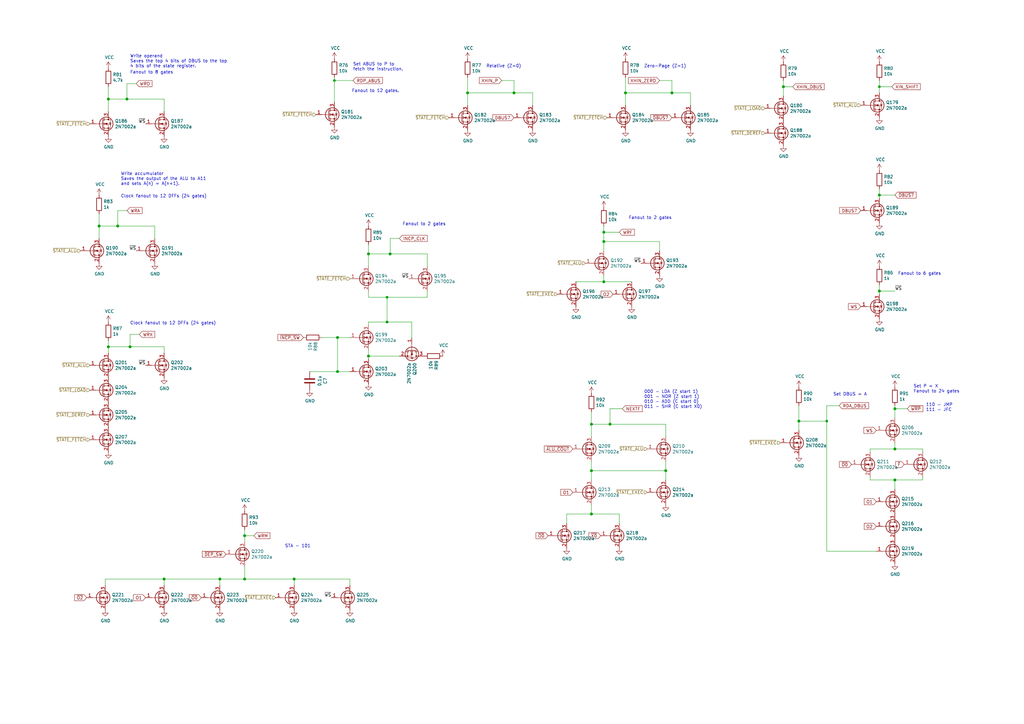
<source format=kicad_sch>
(kicad_sch (version 20210126) (generator eeschema)
  (paper "A3")
  (title_block (title "Q2 Control Line Decoder") (date "2021-02-05") (rev "1") (company "joewing.net"))
  (lib_symbols
    (symbol "Device:C" (pin_numbers hide) (pin_names (offset 0.254))
      (property "Reference" "C" (at 0.635 2.54 0))
      (property "Value" "C" (at 0.635 -2.54 0))
      (symbol "C_0_1"
        (polyline (pts (xy -2.032 -0.762) (xy 2.032 -0.762)) (stroke (width 0.508)))
        (polyline (pts (xy -2.032 0.762) (xy 2.032 0.762)) (stroke (width 0.508)))
      )
      (symbol "C_1_1"
        (pin passive line (at 0 3.81 270) (length 2.794) (name "~") (number "1"))
        (pin passive line (at 0 -3.81 90) (length 2.794) (name "~") (number "2"))
      )
    )
    (symbol "Device:R" (pin_numbers hide) (pin_names (offset 0))
      (property "Reference" "R" (at 2.032 0 90))
      (property "Value" "R" (at 0 0 90))
      (symbol "R_0_1"
        (rectangle (start -1.016 -2.54) (end 1.016 2.54) (stroke (width 0.254)))
      )
      (symbol "R_1_1"
        (pin passive line (at 0 3.81 270) (length 1.27) (name "~") (number "1"))
        (pin passive line (at 0 -3.81 90) (length 1.27) (name "~") (number "2"))
      )
    )
    (symbol "Transistor_FET:2N7002" (pin_names hide)
      (property "Reference" "Q" (at 5.08 1.905 0))
      (property "Value" "2N7002" (at 5.08 0 0))
      (symbol "2N7002_0_1"
        (circle (center 1.651 0) (radius 2.794) (stroke (width 0.254)))
        (circle (center 2.54 -1.778) (radius 0.254) (fill (type outline)))
        (circle (center 2.54 1.778) (radius 0.254) (fill (type outline)))
        (polyline (pts (xy 0.254 0) (xy -2.54 0)))
        (polyline (pts (xy 0.254 1.905) (xy 0.254 -1.905)) (stroke (width 0.254)))
        (polyline (pts (xy 0.762 -1.27) (xy 0.762 -2.286)) (stroke (width 0.254)))
        (polyline (pts (xy 0.762 0.508) (xy 0.762 -0.508)) (stroke (width 0.254)))
        (polyline (pts (xy 0.762 2.286) (xy 0.762 1.27)) (stroke (width 0.254)))
        (polyline (pts (xy 2.54 2.54) (xy 2.54 1.778)))
        (polyline (pts (xy 2.54 -2.54) (xy 2.54 0) (xy 0.762 0)))
        (polyline (pts (xy 0.762 -1.778) (xy 3.302 -1.778) (xy 3.302 1.778) (xy 0.762 1.778)))
        (polyline (pts (xy 1.016 0) (xy 2.032 0.381) (xy 2.032 -0.381) (xy 1.016 0)) (fill (type outline)))
        (polyline (pts (xy 2.794 0.508) (xy 2.921 0.381) (xy 3.683 0.381) (xy 3.81 0.254)))
        (polyline (pts (xy 3.302 0.381) (xy 2.921 -0.254) (xy 3.683 -0.254) (xy 3.302 0.381)))
      )
      (symbol "2N7002_1_1"
        (pin input line (at -5.08 0 0) (length 2.54) (name "G") (number "1"))
        (pin passive line (at 2.54 -5.08 90) (length 2.54) (name "S") (number "2"))
        (pin passive line (at 2.54 5.08 270) (length 2.54) (name "D") (number "3"))
      )
    )
    (symbol "power:GND" (power) (pin_names (offset 0))
      (property "Value" "GND" (at 0 -3.81 0))
      (symbol "GND_0_1"
        (polyline (pts (xy 0 0) (xy 0 -1.27) (xy 1.27 -1.27) (xy 0 -2.54) (xy -1.27 -1.27) (xy 0 -1.27)))
      )
      (symbol "GND_1_1"
        (pin power_in line (at 0 0 270) (length 0) hide (name "GND") (number "1"))
      )
    )
    (symbol "power:VCC" (power) (pin_names (offset 0))
      (property "Value" "VCC" (at 0 3.81 0))
      (symbol "VCC_0_1"
        (polyline (pts (xy -0.762 1.27) (xy 0 2.54)))
        (polyline (pts (xy 0 0) (xy 0 2.54)))
        (polyline (pts (xy 0 2.54) (xy 0.762 1.27)))
      )
      (symbol "VCC_1_1"
        (pin power_in line (at 0 0 90) (length 0) hide (name "VCC") (number "1"))
      )
    )
  )
  (junction (at 40.64 92.71) (diameter 1.016))
  (junction (at 44.45 40.64) (diameter 1.016))
  (junction (at 44.45 142.24) (diameter 1.016))
  (junction (at 48.26 92.71) (diameter 1.016))
  (junction (at 52.07 40.64) (diameter 1.016))
  (junction (at 53.34 142.24) (diameter 1.016))
  (junction (at 67.31 237.49) (diameter 1.016))
  (junction (at 90.17 237.49) (diameter 1.016))
  (junction (at 100.33 219.71) (diameter 1.016))
  (junction (at 100.33 237.49) (diameter 1.016))
  (junction (at 120.65 237.49) (diameter 1.016))
  (junction (at 137.16 33.02) (diameter 0.9144))
  (junction (at 138.43 138.43) (diameter 1.016))
  (junction (at 138.43 152.4) (diameter 1.016))
  (junction (at 151.13 104.14) (diameter 1.016))
  (junction (at 151.13 146.05) (diameter 1.016))
  (junction (at 158.75 121.92) (diameter 0.9144))
  (junction (at 158.75 132.08) (diameter 0.9144))
  (junction (at 160.02 104.14) (diameter 1.016))
  (junction (at 191.77 38.1) (diameter 1.016))
  (junction (at 210.82 38.1) (diameter 1.016))
  (junction (at 242.57 173.99) (diameter 1.016))
  (junction (at 242.57 193.04) (diameter 1.016))
  (junction (at 242.57 210.82) (diameter 1.016))
  (junction (at 247.65 95.25) (diameter 1.016))
  (junction (at 247.65 99.06) (diameter 1.016))
  (junction (at 247.65 115.57) (diameter 1.016))
  (junction (at 250.19 173.99) (diameter 1.016))
  (junction (at 256.54 38.1) (diameter 1.016))
  (junction (at 273.05 193.04) (diameter 1.016))
  (junction (at 275.59 38.1) (diameter 1.016))
  (junction (at 321.31 35.56) (diameter 1.016))
  (junction (at 327.66 172.72) (diameter 1.016))
  (junction (at 339.09 172.72) (diameter 0.9144))
  (junction (at 360.68 35.56) (diameter 0.9144))
  (junction (at 360.68 80.01) (diameter 1.016))
  (junction (at 360.68 119.38) (diameter 1.016))
  (junction (at 367.03 167.64) (diameter 1.016))
  (junction (at 367.03 184.15) (diameter 1.016))
  (junction (at 367.03 196.85) (diameter 1.016))
  (wire (pts (xy 40.64 87.63) (xy 40.64 92.71)))
  (wire (pts (xy 40.64 92.71) (xy 40.64 97.79)))
  (wire (pts (xy 40.64 92.71) (xy 48.26 92.71)))
  (wire (pts (xy 43.18 237.49) (xy 43.18 240.03)))
  (wire (pts (xy 43.18 237.49) (xy 67.31 237.49)))
  (wire (pts (xy 44.45 35.56) (xy 44.45 40.64)))
  (wire (pts (xy 44.45 40.64) (xy 44.45 45.72)))
  (wire (pts (xy 44.45 40.64) (xy 52.07 40.64)))
  (wire (pts (xy 44.45 139.7) (xy 44.45 142.24)))
  (wire (pts (xy 44.45 142.24) (xy 44.45 144.78)))
  (wire (pts (xy 44.45 142.24) (xy 53.34 142.24)))
  (wire (pts (xy 48.26 86.36) (xy 48.26 92.71)))
  (wire (pts (xy 48.26 92.71) (xy 63.5 92.71)))
  (wire (pts (xy 52.07 34.29) (xy 52.07 40.64)))
  (wire (pts (xy 52.07 40.64) (xy 67.31 40.64)))
  (wire (pts (xy 52.07 86.36) (xy 48.26 86.36)))
  (wire (pts (xy 53.34 137.16) (xy 53.34 142.24)))
  (wire (pts (xy 53.34 142.24) (xy 67.31 142.24)))
  (wire (pts (xy 55.88 34.29) (xy 52.07 34.29)))
  (wire (pts (xy 57.15 137.16) (xy 53.34 137.16)))
  (wire (pts (xy 63.5 92.71) (xy 63.5 97.79)))
  (wire (pts (xy 67.31 40.64) (xy 67.31 45.72)))
  (wire (pts (xy 67.31 142.24) (xy 67.31 144.78)))
  (wire (pts (xy 67.31 237.49) (xy 67.31 240.03)))
  (wire (pts (xy 67.31 237.49) (xy 90.17 237.49)))
  (wire (pts (xy 90.17 237.49) (xy 90.17 240.03)))
  (wire (pts (xy 90.17 237.49) (xy 100.33 237.49)))
  (wire (pts (xy 100.33 217.17) (xy 100.33 219.71)))
  (wire (pts (xy 100.33 219.71) (xy 100.33 222.25)))
  (wire (pts (xy 100.33 232.41) (xy 100.33 237.49)))
  (wire (pts (xy 100.33 237.49) (xy 120.65 237.49)))
  (wire (pts (xy 104.14 219.71) (xy 100.33 219.71)))
  (wire (pts (xy 120.65 237.49) (xy 120.65 240.03)))
  (wire (pts (xy 120.65 237.49) (xy 143.51 237.49)))
  (wire (pts (xy 127 152.4) (xy 138.43 152.4)))
  (wire (pts (xy 132.08 138.43) (xy 138.43 138.43)))
  (wire (pts (xy 137.16 31.75) (xy 137.16 33.02)))
  (wire (pts (xy 137.16 33.02) (xy 137.16 41.91)))
  (wire (pts (xy 137.16 33.02) (xy 144.78 33.02)))
  (wire (pts (xy 138.43 138.43) (xy 143.51 138.43)))
  (wire (pts (xy 138.43 152.4) (xy 138.43 138.43)))
  (wire (pts (xy 143.51 152.4) (xy 138.43 152.4)))
  (wire (pts (xy 143.51 237.49) (xy 143.51 240.03)))
  (wire (pts (xy 151.13 100.33) (xy 151.13 104.14)))
  (wire (pts (xy 151.13 104.14) (xy 151.13 109.22)))
  (wire (pts (xy 151.13 104.14) (xy 160.02 104.14)))
  (wire (pts (xy 151.13 119.38) (xy 151.13 121.92)))
  (wire (pts (xy 151.13 121.92) (xy 158.75 121.92)))
  (wire (pts (xy 151.13 132.08) (xy 151.13 133.35)))
  (wire (pts (xy 151.13 132.08) (xy 158.75 132.08)))
  (wire (pts (xy 151.13 143.51) (xy 151.13 146.05)))
  (wire (pts (xy 151.13 146.05) (xy 151.13 147.32)))
  (wire (pts (xy 158.75 121.92) (xy 158.75 132.08)))
  (wire (pts (xy 158.75 121.92) (xy 175.26 121.92)))
  (wire (pts (xy 158.75 132.08) (xy 168.91 132.08)))
  (wire (pts (xy 160.02 97.79) (xy 160.02 104.14)))
  (wire (pts (xy 160.02 104.14) (xy 175.26 104.14)))
  (wire (pts (xy 163.83 97.79) (xy 160.02 97.79)))
  (wire (pts (xy 163.83 146.05) (xy 151.13 146.05)))
  (wire (pts (xy 168.91 132.08) (xy 168.91 138.43)))
  (wire (pts (xy 175.26 104.14) (xy 175.26 109.22)))
  (wire (pts (xy 175.26 121.92) (xy 175.26 119.38)))
  (wire (pts (xy 191.77 31.75) (xy 191.77 38.1)))
  (wire (pts (xy 191.77 38.1) (xy 210.82 38.1)))
  (wire (pts (xy 191.77 43.18) (xy 191.77 38.1)))
  (wire (pts (xy 205.74 33.02) (xy 210.82 33.02)))
  (wire (pts (xy 210.82 33.02) (xy 210.82 38.1)))
  (wire (pts (xy 210.82 38.1) (xy 218.44 38.1)))
  (wire (pts (xy 218.44 38.1) (xy 218.44 43.18)))
  (wire (pts (xy 232.41 210.82) (xy 242.57 210.82)))
  (wire (pts (xy 232.41 214.63) (xy 232.41 210.82)))
  (wire (pts (xy 236.22 115.57) (xy 247.65 115.57)))
  (wire (pts (xy 242.57 168.91) (xy 242.57 173.99)))
  (wire (pts (xy 242.57 173.99) (xy 250.19 173.99)))
  (wire (pts (xy 242.57 179.07) (xy 242.57 173.99)))
  (wire (pts (xy 242.57 189.23) (xy 242.57 193.04)))
  (wire (pts (xy 242.57 193.04) (xy 242.57 196.85)))
  (wire (pts (xy 242.57 193.04) (xy 273.05 193.04)))
  (wire (pts (xy 242.57 210.82) (xy 242.57 207.01)))
  (wire (pts (xy 242.57 210.82) (xy 254 210.82)))
  (wire (pts (xy 247.65 92.71) (xy 247.65 95.25)))
  (wire (pts (xy 247.65 95.25) (xy 247.65 99.06)))
  (wire (pts (xy 247.65 95.25) (xy 254 95.25)))
  (wire (pts (xy 247.65 99.06) (xy 247.65 102.87)))
  (wire (pts (xy 247.65 99.06) (xy 270.51 99.06)))
  (wire (pts (xy 247.65 115.57) (xy 247.65 113.03)))
  (wire (pts (xy 247.65 115.57) (xy 259.08 115.57)))
  (wire (pts (xy 250.19 167.64) (xy 250.19 173.99)))
  (wire (pts (xy 250.19 173.99) (xy 273.05 173.99)))
  (wire (pts (xy 254 210.82) (xy 254 214.63)))
  (wire (pts (xy 255.27 167.64) (xy 250.19 167.64)))
  (wire (pts (xy 256.54 31.75) (xy 256.54 38.1)))
  (wire (pts (xy 256.54 38.1) (xy 275.59 38.1)))
  (wire (pts (xy 256.54 43.18) (xy 256.54 38.1)))
  (wire (pts (xy 270.51 33.02) (xy 275.59 33.02)))
  (wire (pts (xy 270.51 99.06) (xy 270.51 102.87)))
  (wire (pts (xy 273.05 173.99) (xy 273.05 179.07)))
  (wire (pts (xy 273.05 193.04) (xy 273.05 189.23)))
  (wire (pts (xy 273.05 193.04) (xy 273.05 196.85)))
  (wire (pts (xy 275.59 33.02) (xy 275.59 38.1)))
  (wire (pts (xy 275.59 38.1) (xy 283.21 38.1)))
  (wire (pts (xy 283.21 38.1) (xy 283.21 43.18)))
  (wire (pts (xy 321.31 33.02) (xy 321.31 35.56)))
  (wire (pts (xy 321.31 35.56) (xy 321.31 39.37)))
  (wire (pts (xy 321.31 35.56) (xy 325.12 35.56)))
  (wire (pts (xy 327.66 166.37) (xy 327.66 172.72)))
  (wire (pts (xy 327.66 172.72) (xy 327.66 176.53)))
  (wire (pts (xy 327.66 172.72) (xy 339.09 172.72)))
  (wire (pts (xy 339.09 166.37) (xy 339.09 172.72)))
  (wire (pts (xy 339.09 172.72) (xy 339.09 226.06)))
  (wire (pts (xy 339.09 226.06) (xy 359.41 226.06)))
  (wire (pts (xy 344.17 166.37) (xy 339.09 166.37)))
  (wire (pts (xy 356.87 184.15) (xy 367.03 184.15)))
  (wire (pts (xy 356.87 185.42) (xy 356.87 184.15)))
  (wire (pts (xy 356.87 195.58) (xy 356.87 196.85)))
  (wire (pts (xy 356.87 196.85) (xy 367.03 196.85)))
  (wire (pts (xy 360.68 33.02) (xy 360.68 35.56)))
  (wire (pts (xy 360.68 35.56) (xy 360.68 38.1)))
  (wire (pts (xy 360.68 35.56) (xy 365.76 35.56)))
  (wire (pts (xy 360.68 77.47) (xy 360.68 80.01)))
  (wire (pts (xy 360.68 80.01) (xy 360.68 81.28)))
  (wire (pts (xy 360.68 80.01) (xy 367.03 80.01)))
  (wire (pts (xy 360.68 116.84) (xy 360.68 119.38)))
  (wire (pts (xy 360.68 119.38) (xy 360.68 120.65)))
  (wire (pts (xy 360.68 119.38) (xy 367.03 119.38)))
  (wire (pts (xy 367.03 166.37) (xy 367.03 167.64)))
  (wire (pts (xy 367.03 167.64) (xy 367.03 171.45)))
  (wire (pts (xy 367.03 184.15) (xy 367.03 181.61)))
  (wire (pts (xy 367.03 184.15) (xy 378.46 184.15)))
  (wire (pts (xy 367.03 196.85) (xy 367.03 200.66)))
  (wire (pts (xy 367.03 196.85) (xy 378.46 196.85)))
  (wire (pts (xy 372.11 167.64) (xy 367.03 167.64)))
  (wire (pts (xy 378.46 184.15) (xy 378.46 185.42)))
  (wire (pts (xy 378.46 196.85) (xy 378.46 195.58)))
  (text "Write accumulator\nSaves the output of the ALU to A11\nand sets A(n) = A(n+1)." (at 49.53 76.2 0) (effects (font (size 1.27 1.27)) (justify left bottom)))
  (text "Clock fanout to 12 DFFs (24 gates)" (at 49.53 81.28 0) (effects (font (size 1.27 1.27)) (justify left bottom)))
  (text "Write operand\nSaves the top 4 bits of DBUS to the top\n4 bits of the state register." (at 53.34 27.94 0) (effects (font (size 1.27 1.27)) (justify left bottom)))
  (text "Fanout to 8 gates" (at 53.34 30.48 0) (effects (font (size 1.27 1.27)) (justify left bottom)))
  (text "Clock fanout to 12 DFFs (24 gates)" (at 53.34 133.35 0) (effects (font (size 1.27 1.27)) (justify left bottom)))
  (text "STA - 101" (at 116.84 224.79 0) (effects (font (size 1.27 1.27)) (justify left bottom)))
  (text "Set ABUS to P to\nfetch the instruction." (at 144.78 29.21 0) (effects (font (size 1.27 1.27)) (justify left bottom)))
  (text "Fanout to 12 gates." (at 163.83 38.1 180) (effects (font (size 1.27 1.27)) (justify right bottom)))
  (text "Fanout to 2 gates" (at 165.1 92.71 0) (effects (font (size 1.27 1.27)) (justify left bottom)))
  (text "Relative (Z=0)" (at 199.39 27.94 0) (effects (font (size 1.27 1.27)) (justify left bottom)))
  (text "Fanout to 2 gates" (at 257.81 90.17 0) (effects (font (size 1.27 1.27)) (justify left bottom)))
  (text "Zero-Page (Z=1)" (at 264.16 27.94 0) (effects (font (size 1.27 1.27)) (justify left bottom)))
  (text "000 - LDA (Z start 1)\n001 - NOR (Z start 1)\n010 - ADD (C start 0)\n011 - SHR (C start X0)" (at 264.16 167.64 0) (effects (font (size 1.27 1.27)) (justify left bottom)))
  (text "Set DBUS = A" (at 355.6 162.56 180) (effects (font (size 1.27 1.27)) (justify right bottom)))
  (text "Fanout to 6 gates" (at 368.3 113.03 0) (effects (font (size 1.27 1.27)) (justify left bottom)))
  (text "Set P = X\nFanout to 24 gates" (at 374.65 161.29 0) (effects (font (size 1.27 1.27)) (justify left bottom)))
  (text "110 - JMP\n111 - JFC" (at 379.73 168.91 0) (effects (font (size 1.27 1.27)) (justify left bottom)))
  (label "~WS" (at 55.88 102.87 180))
  (label "~WS" (at 59.69 50.8 180))
  (label "~WS" (at 59.69 149.86 180))
  (label "~WS" (at 135.89 245.11 180))
  (label "~WS" (at 167.64 114.3 180))
  (label "~WS" (at 262.89 107.95 180))
  (label "~WS" (at 367.03 119.38 0))
  (global_label "~O2" (shape input) (at 35.56 245.11 180) (property "Intersheet References" "${INTERSHEET_REFS}" (effects hide)))
  (global_label "WRA" (shape input) (at 52.07 86.36 0) (property "Intersheet References" "${INTERSHEET_REFS}" (effects hide)))
  (global_label "WRO" (shape input) (at 55.88 34.29 0) (property "Intersheet References" "${INTERSHEET_REFS}" (effects hide)))
  (global_label "WRX" (shape input) (at 57.15 137.16 0) (property "Intersheet References" "${INTERSHEET_REFS}" (effects hide)))
  (global_label "O1" (shape input) (at 59.69 245.11 180) (property "Intersheet References" "${INTERSHEET_REFS}" (effects hide)))
  (global_label "~O0" (shape input) (at 82.55 245.11 180) (property "Intersheet References" "${INTERSHEET_REFS}" (effects hide)))
  (global_label "~DEP_SW" (shape input) (at 92.71 227.33 180) (property "Intersheet References" "${INTERSHEET_REFS}" (effects hide)))
  (global_label "WRM" (shape input) (at 104.14 219.71 0) (property "Intersheet References" "${INTERSHEET_REFS}" (effects hide)))
  (global_label "~INCP_SW" (shape input) (at 124.46 138.43 180) (property "Intersheet References" "${INTERSHEET_REFS}" (effects hide)))
  (global_label "RDP_ABUS" (shape input) (at 144.78 33.02 0) (property "Intersheet References" "${INTERSHEET_REFS}" (effects hide)))
  (global_label "INCP_CLK" (shape input) (at 163.83 97.79 0) (property "Intersheet References" "${INTERSHEET_REFS}" (effects hide)))
  (global_label "XHIN_P" (shape input) (at 205.74 33.02 180) (property "Intersheet References" "${INTERSHEET_REFS}" (effects hide)))
  (global_label "DBUS7" (shape input) (at 210.82 48.26 180) (property "Intersheet References" "${INTERSHEET_REFS}" (effects hide)))
  (global_label "~O0" (shape input) (at 224.79 219.71 180) (property "Intersheet References" "${INTERSHEET_REFS}" (effects hide)))
  (global_label "~ALU_COUT" (shape input) (at 234.95 184.15 180) (property "Intersheet References" "${INTERSHEET_REFS}" (effects hide)))
  (global_label "O1" (shape input) (at 234.95 201.93 180) (property "Intersheet References" "${INTERSHEET_REFS}" (effects hide)))
  (global_label "~X0" (shape input) (at 246.38 219.71 180) (property "Intersheet References" "${INTERSHEET_REFS}" (effects hide)))
  (global_label "O2" (shape input) (at 251.46 120.65 180) (property "Intersheet References" "${INTERSHEET_REFS}" (effects hide)))
  (global_label "WRF" (shape input) (at 254 95.25 0) (property "Intersheet References" "${INTERSHEET_REFS}" (effects hide)))
  (global_label "NEXTF" (shape input) (at 255.27 167.64 0) (property "Intersheet References" "${INTERSHEET_REFS}" (effects hide)))
  (global_label "XHIN_ZERO" (shape input) (at 270.51 33.02 180) (property "Intersheet References" "${INTERSHEET_REFS}" (effects hide)))
  (global_label "~DBUS7" (shape input) (at 275.59 48.26 180) (property "Intersheet References" "${INTERSHEET_REFS}" (effects hide)))
  (global_label "XHIN_DBUS" (shape input) (at 325.12 35.56 0) (property "Intersheet References" "${INTERSHEET_REFS}" (effects hide)))
  (global_label "RDA_DBUS" (shape input) (at 344.17 166.37 0) (property "Intersheet References" "${INTERSHEET_REFS}" (effects hide)))
  (global_label "~O0" (shape input) (at 349.25 190.5 180) (property "Intersheet References" "${INTERSHEET_REFS}" (effects hide)))
  (global_label "DBUS7" (shape input) (at 353.06 86.36 180) (property "Intersheet References" "${INTERSHEET_REFS}" (effects hide)))
  (global_label "WS" (shape input) (at 353.06 125.73 180) (property "Intersheet References" "${INTERSHEET_REFS}" (effects hide)))
  (global_label "WS" (shape input) (at 359.41 176.53 180) (property "Intersheet References" "${INTERSHEET_REFS}" (effects hide)))
  (global_label "O1" (shape input) (at 359.41 205.74 180) (property "Intersheet References" "${INTERSHEET_REFS}" (effects hide)))
  (global_label "O2" (shape input) (at 359.41 215.9 180) (property "Intersheet References" "${INTERSHEET_REFS}" (effects hide)))
  (global_label "XIN_SHIFT" (shape input) (at 365.76 35.56 0) (property "Intersheet References" "${INTERSHEET_REFS}" (effects hide)))
  (global_label "~DBUS7" (shape input) (at 367.03 80.01 0) (property "Intersheet References" "${INTERSHEET_REFS}" (effects hide)))
  (global_label "~F" (shape input) (at 370.84 190.5 180) (property "Intersheet References" "${INTERSHEET_REFS}" (effects hide)))
  (global_label "~WRP" (shape input) (at 372.11 167.64 0) (property "Intersheet References" "${INTERSHEET_REFS}" (effects hide)))
  (hierarchical_label "~STATE_ALU" (shape input) (at 33.02 102.87 180))
  (hierarchical_label "~STATE_FETCH" (shape input) (at 36.83 50.8 180))
  (hierarchical_label "~STATE_ALU" (shape input) (at 36.83 149.86 180))
  (hierarchical_label "~STATE_LOAD" (shape input) (at 36.83 160.02 180))
  (hierarchical_label "~STATE_DEREF" (shape input) (at 36.83 170.18 180))
  (hierarchical_label "~STATE_FETCH" (shape input) (at 36.83 180.34 180))
  (hierarchical_label "~STATE_EXEC" (shape input) (at 113.03 245.11 180))
  (hierarchical_label "~STATE_FETCH" (shape input) (at 129.54 46.99 180))
  (hierarchical_label "~STATE_FETCH" (shape input) (at 143.51 114.3 180))
  (hierarchical_label "~STATE_FETCH" (shape input) (at 184.15 48.26 180))
  (hierarchical_label "~STATE_EXEC" (shape input) (at 228.6 120.65 180))
  (hierarchical_label "~STATE_ALU" (shape input) (at 240.03 107.95 180))
  (hierarchical_label "~STATE_FETCH" (shape input) (at 248.92 48.26 180))
  (hierarchical_label "~STATE_ALU" (shape input) (at 265.43 184.15 180))
  (hierarchical_label "~STATE_EXEC" (shape input) (at 265.43 201.93 180))
  (hierarchical_label "~STATE_LOAD" (shape input) (at 313.69 44.45 180))
  (hierarchical_label "~STATE_DEREF" (shape input) (at 313.69 54.61 180))
  (hierarchical_label "~STATE_EXEC" (shape input) (at 320.04 181.61 180))
  (hierarchical_label "~STATE_ALU" (shape input) (at 353.06 43.18 180))
  (symbol (lib_id "power:VCC") (at 40.64 80.01 0) (unit 1)
    (property "Reference" "#PWR0187" (effects hide))
    (property "Value" "VCC" (at 41.0718 75.6158 0))
  )
  (symbol (lib_id "power:VCC") (at 44.45 27.94 0) (unit 1)
    (property "Reference" "#PWR0176" (effects hide))
    (property "Value" "VCC" (at 44.8818 23.5458 0))
  )
  (symbol (lib_id "power:VCC") (at 44.45 132.08 0) (unit 1)
    (property "Reference" "#PWR0198" (effects hide))
    (property "Value" "VCC" (at 44.8818 127.6858 0))
  )
  (symbol (lib_id "power:VCC") (at 100.33 209.55 0) (unit 1)
    (property "Reference" "#PWR0209" (effects hide))
    (property "Value" "VCC" (at 100.7618 205.1558 0))
  )
  (symbol (lib_id "power:VCC") (at 137.16 24.13 0) (unit 1)
    (property "Reference" "#PWR0171" (effects hide))
    (property "Value" "VCC" (at 137.5918 19.7358 0))
  )
  (symbol (lib_id "power:VCC") (at 151.13 92.71 0) (unit 1)
    (property "Reference" "#PWR0190" (effects hide))
    (property "Value" "VCC" (at 151.5618 88.3158 0))
  )
  (symbol (lib_id "power:VCC") (at 181.61 146.05 0) (unit 1)
    (property "Reference" "#PWR0199" (effects hide))
    (property "Value" "VCC" (at 182.0418 141.6558 0))
  )
  (symbol (lib_id "power:VCC") (at 191.77 24.13 0) (unit 1)
    (property "Reference" "#PWR0172" (effects hide))
    (property "Value" "VCC" (at 192.2018 19.7358 0))
  )
  (symbol (lib_id "power:VCC") (at 242.57 161.29 0) (unit 1)
    (property "Reference" "#PWR0205" (effects hide))
    (property "Value" "VCC" (at 243.0018 156.8958 0))
  )
  (symbol (lib_id "power:VCC") (at 247.65 85.09 0) (unit 1)
    (property "Reference" "#PWR0188" (effects hide))
    (property "Value" "VCC" (at 248.0818 80.6958 0))
  )
  (symbol (lib_id "power:VCC") (at 256.54 24.13 0) (unit 1)
    (property "Reference" "#PWR0173" (effects hide))
    (property "Value" "VCC" (at 256.9718 19.7358 0))
  )
  (symbol (lib_id "power:VCC") (at 321.31 25.4 0) (unit 1)
    (property "Reference" "#PWR0174" (effects hide))
    (property "Value" "VCC" (at 321.7418 21.0058 0))
  )
  (symbol (lib_id "power:VCC") (at 327.66 158.75 0) (unit 1)
    (property "Reference" "#PWR0202" (effects hide))
    (property "Value" "VCC" (at 328.0918 154.3558 0))
  )
  (symbol (lib_id "power:VCC") (at 360.68 25.4 0) (unit 1)
    (property "Reference" "#PWR0175" (effects hide))
    (property "Value" "VCC" (at 361.1118 21.0058 0))
  )
  (symbol (lib_id "power:VCC") (at 360.68 69.85 0) (unit 1)
    (property "Reference" "#PWR0186" (effects hide))
    (property "Value" "VCC" (at 361.1118 65.4558 0))
  )
  (symbol (lib_id "power:VCC") (at 360.68 109.22 0) (unit 1)
    (property "Reference" "#PWR0193" (effects hide))
    (property "Value" "VCC" (at 361.1118 104.8258 0))
  )
  (symbol (lib_id "power:VCC") (at 367.03 158.75 0) (unit 1)
    (property "Reference" "#PWR0203" (effects hide))
    (property "Value" "VCC" (at 367.4618 154.3558 0))
  )
  (symbol (lib_id "power:GND") (at 40.64 107.95 0) (unit 1)
    (property "Reference" "#PWR0191" (effects hide))
    (property "Value" "GND" (at 40.767 112.3442 0))
  )
  (symbol (lib_id "power:GND") (at 43.18 250.19 0) (unit 1)
    (property "Reference" "#PWR0213" (effects hide))
    (property "Value" "GND" (at 43.307 254.5842 0))
  )
  (symbol (lib_id "power:GND") (at 44.45 55.88 0) (unit 1)
    (property "Reference" "#PWR0183" (effects hide))
    (property "Value" "GND" (at 44.577 60.2742 0))
  )
  (symbol (lib_id "power:GND") (at 44.45 185.42 0) (unit 1)
    (property "Reference" "#PWR0206" (effects hide))
    (property "Value" "GND" (at 44.577 189.8142 0))
  )
  (symbol (lib_id "power:GND") (at 63.5 107.95 0) (unit 1)
    (property "Reference" "#PWR0192" (effects hide))
    (property "Value" "GND" (at 63.627 112.3442 0))
  )
  (symbol (lib_id "power:GND") (at 67.31 55.88 0) (unit 1)
    (property "Reference" "#PWR0184" (effects hide))
    (property "Value" "GND" (at 67.437 60.2742 0))
  )
  (symbol (lib_id "power:GND") (at 67.31 154.94 0) (unit 1)
    (property "Reference" "#PWR0200" (effects hide))
    (property "Value" "GND" (at 67.437 159.3342 0))
  )
  (symbol (lib_id "power:GND") (at 67.31 250.19 0) (unit 1)
    (property "Reference" "#PWR0214" (effects hide))
    (property "Value" "GND" (at 67.437 254.5842 0))
  )
  (symbol (lib_id "power:GND") (at 90.17 250.19 0) (unit 1)
    (property "Reference" "#PWR0215" (effects hide))
    (property "Value" "GND" (at 90.297 254.5842 0))
  )
  (symbol (lib_id "power:GND") (at 120.65 250.19 0) (unit 1)
    (property "Reference" "#PWR0216" (effects hide))
    (property "Value" "GND" (at 120.777 254.5842 0))
  )
  (symbol (lib_id "power:GND") (at 127 160.02 0) (unit 1)
    (property "Reference" "#PWR0204" (effects hide))
    (property "Value" "GND" (at 127.127 164.4142 0))
  )
  (symbol (lib_id "power:GND") (at 137.16 52.07 0) (unit 1)
    (property "Reference" "#PWR0178" (effects hide))
    (property "Value" "GND" (at 137.287 56.4642 0))
  )
  (symbol (lib_id "power:GND") (at 143.51 250.19 0) (unit 1)
    (property "Reference" "#PWR0217" (effects hide))
    (property "Value" "GND" (at 143.637 254.5842 0))
  )
  (symbol (lib_id "power:GND") (at 151.13 157.48 0) (unit 1)
    (property "Reference" "#PWR0201" (effects hide))
    (property "Value" "GND" (at 151.257 161.8742 0))
  )
  (symbol (lib_id "power:GND") (at 191.77 53.34 0) (unit 1)
    (property "Reference" "#PWR0179" (effects hide))
    (property "Value" "GND" (at 191.897 57.7342 0))
  )
  (symbol (lib_id "power:GND") (at 218.44 53.34 0) (unit 1)
    (property "Reference" "#PWR0180" (effects hide))
    (property "Value" "GND" (at 218.567 57.7342 0))
  )
  (symbol (lib_id "power:GND") (at 232.41 224.79 0) (unit 1)
    (property "Reference" "#PWR0210" (effects hide))
    (property "Value" "GND" (at 232.537 229.1842 0))
  )
  (symbol (lib_id "power:GND") (at 236.22 125.73 0) (unit 1)
    (property "Reference" "#PWR0195" (effects hide))
    (property "Value" "GND" (at 236.347 130.1242 0))
  )
  (symbol (lib_id "power:GND") (at 254 224.79 0) (unit 1)
    (property "Reference" "#PWR0211" (effects hide))
    (property "Value" "GND" (at 254.127 229.1842 0))
  )
  (symbol (lib_id "power:GND") (at 256.54 53.34 0) (unit 1)
    (property "Reference" "#PWR0181" (effects hide))
    (property "Value" "GND" (at 256.667 57.7342 0))
  )
  (symbol (lib_id "power:GND") (at 259.08 125.73 0) (unit 1)
    (property "Reference" "#PWR0196" (effects hide))
    (property "Value" "GND" (at 259.207 130.1242 0))
  )
  (symbol (lib_id "power:GND") (at 270.51 113.03 0) (unit 1)
    (property "Reference" "#PWR0194" (effects hide))
    (property "Value" "GND" (at 270.637 117.4242 0))
  )
  (symbol (lib_id "power:GND") (at 273.05 207.01 0) (unit 1)
    (property "Reference" "#PWR0208" (effects hide))
    (property "Value" "GND" (at 273.177 211.4042 0))
  )
  (symbol (lib_id "power:GND") (at 283.21 53.34 0) (unit 1)
    (property "Reference" "#PWR0182" (effects hide))
    (property "Value" "GND" (at 283.337 57.7342 0))
  )
  (symbol (lib_id "power:GND") (at 321.31 59.69 0) (unit 1)
    (property "Reference" "#PWR0185" (effects hide))
    (property "Value" "GND" (at 321.437 64.0842 0))
  )
  (symbol (lib_id "power:GND") (at 327.66 186.69 0) (unit 1)
    (property "Reference" "#PWR0207" (effects hide))
    (property "Value" "GND" (at 327.787 191.0842 0))
  )
  (symbol (lib_id "power:GND") (at 360.68 48.26 0) (unit 1)
    (property "Reference" "#PWR0177" (effects hide))
    (property "Value" "GND" (at 360.807 52.6542 0))
  )
  (symbol (lib_id "power:GND") (at 360.68 91.44 0) (unit 1)
    (property "Reference" "#PWR0189" (effects hide))
    (property "Value" "GND" (at 360.807 95.8342 0))
  )
  (symbol (lib_id "power:GND") (at 360.68 130.81 0) (unit 1)
    (property "Reference" "#PWR0197" (effects hide))
    (property "Value" "GND" (at 360.807 135.2042 0))
  )
  (symbol (lib_id "power:GND") (at 367.03 231.14 0) (unit 1)
    (property "Reference" "#PWR0212" (effects hide))
    (property "Value" "GND" (at 367.157 235.5342 0))
  )
  (symbol (lib_id "Device:R") (at 40.64 83.82 0) (unit 1)
    (property "Reference" "R83" (at 42.418 82.6516 0) (effects (justify left)))
    (property "Value" "1k" (at 42.418 84.963 0) (effects (justify left)))
    (property "Footprint" "Resistor_SMD:R_0805_2012Metric" (effects hide))
    (property "LCSC" "C17513" (effects hide))
  )
  (symbol (lib_id "Device:R") (at 44.45 31.75 0) (unit 1)
    (property "Reference" "R81" (at 46.228 30.5816 0) (effects (justify left)))
    (property "Value" "4.7k" (at 46.228 32.893 0) (effects (justify left)))
    (property "Footprint" "Resistor_SMD:R_0805_2012Metric" (effects hide))
    (property "LCSC" "C17673" (effects hide))
  )
  (symbol (lib_id "Device:R") (at 44.45 135.89 0) (unit 1)
    (property "Reference" "R87" (at 46.228 134.7216 0) (effects (justify left)))
    (property "Value" "1k" (at 46.228 137.033 0) (effects (justify left)))
    (property "Footprint" "Resistor_SMD:R_0805_2012Metric" (effects hide))
    (property "LCSC" "C17513" (effects hide))
  )
  (symbol (lib_id "Device:R") (at 100.33 213.36 0) (unit 1)
    (property "Reference" "R93" (at 102.108 212.1916 0) (effects (justify left)))
    (property "Value" "10k" (at 102.108 214.503 0) (effects (justify left)))
    (property "Footprint" "Resistor_SMD:R_0805_2012Metric" (effects hide))
    (property "LCSC" "C17414" (effects hide))
  )
  (symbol (lib_id "Device:R") (at 128.27 138.43 270) (unit 1)
    (property "Reference" "R88" (at 129.4384 140.208 0) (effects (justify left)))
    (property "Value" "10k" (at 127.127 140.208 0) (effects (justify left)))
    (property "Footprint" "Resistor_SMD:R_0805_2012Metric" (effects hide))
    (property "LCSC" "C17414" (effects hide))
  )
  (symbol (lib_id "Device:R") (at 137.16 27.94 0) (unit 1)
    (property "Reference" "R76" (at 138.938 26.7716 0) (effects (justify left)))
    (property "Value" "10k" (at 138.938 29.083 0) (effects (justify left)))
    (property "Footprint" "Resistor_SMD:R_0805_2012Metric" (effects hide))
    (property "LCSC" "C17414" (effects hide))
  )
  (symbol (lib_id "Device:R") (at 151.13 96.52 0) (unit 1)
    (property "Reference" "R85" (at 152.908 95.3516 0) (effects (justify left)))
    (property "Value" "10k" (at 152.908 97.663 0) (effects (justify left)))
    (property "Footprint" "Resistor_SMD:R_0805_2012Metric" (effects hide))
    (property "LCSC" "C17414" (effects hide))
  )
  (symbol (lib_id "Device:R") (at 177.8 146.05 270) (unit 1)
    (property "Reference" "R89" (at 178.9684 147.828 0) (effects (justify left)))
    (property "Value" "10k" (at 176.657 147.828 0) (effects (justify left)))
    (property "Footprint" "Resistor_SMD:R_0805_2012Metric" (effects hide))
    (property "LCSC" "C17414" (effects hide))
  )
  (symbol (lib_id "Device:R") (at 191.77 27.94 0) (unit 1)
    (property "Reference" "R77" (at 193.548 26.7716 0) (effects (justify left)))
    (property "Value" "10k" (at 193.548 29.083 0) (effects (justify left)))
    (property "Footprint" "Resistor_SMD:R_0805_2012Metric" (effects hide))
    (property "LCSC" "C17414" (effects hide))
  )
  (symbol (lib_id "Device:R") (at 242.57 165.1 0) (unit 1)
    (property "Reference" "R92" (at 244.348 163.9316 0) (effects (justify left)))
    (property "Value" "10k" (at 244.348 166.243 0) (effects (justify left)))
    (property "Footprint" "Resistor_SMD:R_0805_2012Metric" (effects hide))
    (property "LCSC" "C17414" (effects hide))
  )
  (symbol (lib_id "Device:R") (at 247.65 88.9 0) (unit 1)
    (property "Reference" "R84" (at 249.428 87.7316 0) (effects (justify left)))
    (property "Value" "10k" (at 249.428 90.043 0) (effects (justify left)))
    (property "Footprint" "Resistor_SMD:R_0805_2012Metric" (effects hide))
    (property "LCSC" "C17414" (effects hide))
  )
  (symbol (lib_id "Device:R") (at 256.54 27.94 0) (unit 1)
    (property "Reference" "R78" (at 258.318 26.7716 0) (effects (justify left)))
    (property "Value" "10k" (at 258.318 29.083 0) (effects (justify left)))
    (property "Footprint" "Resistor_SMD:R_0805_2012Metric" (effects hide))
    (property "LCSC" "C17414" (effects hide))
  )
  (symbol (lib_id "Device:R") (at 321.31 29.21 0) (unit 1)
    (property "Reference" "R79" (at 323.088 28.0416 0) (effects (justify left)))
    (property "Value" "10k" (at 323.088 30.353 0) (effects (justify left)))
    (property "Footprint" "Resistor_SMD:R_0805_2012Metric" (effects hide))
    (property "LCSC" "C17414" (effects hide))
  )
  (symbol (lib_id "Device:R") (at 327.66 162.56 0) (unit 1)
    (property "Reference" "R90" (at 329.438 161.3916 0) (effects (justify left)))
    (property "Value" "10k" (at 329.438 163.703 0) (effects (justify left)))
    (property "Footprint" "Resistor_SMD:R_0805_2012Metric" (effects hide))
    (property "LCSC" "C17414" (effects hide))
  )
  (symbol (lib_id "Device:R") (at 360.68 29.21 0) (unit 1)
    (property "Reference" "R80" (at 362.458 28.0416 0) (effects (justify left)))
    (property "Value" "10k" (at 362.458 30.353 0) (effects (justify left)))
    (property "Footprint" "Resistor_SMD:R_0805_2012Metric" (effects hide))
    (property "LCSC" "C17414" (effects hide))
  )
  (symbol (lib_id "Device:R") (at 360.68 73.66 0) (unit 1)
    (property "Reference" "R82" (at 362.458 72.4916 0) (effects (justify left)))
    (property "Value" "10k" (at 362.458 74.803 0) (effects (justify left)))
    (property "Footprint" "Resistor_SMD:R_0805_2012Metric" (effects hide))
    (property "LCSC" "C17414" (effects hide))
  )
  (symbol (lib_id "Device:R") (at 360.68 113.03 0) (unit 1)
    (property "Reference" "R86" (at 362.458 111.8616 0) (effects (justify left)))
    (property "Value" "1k" (at 362.458 114.173 0) (effects (justify left)))
    (property "Footprint" "Resistor_SMD:R_0805_2012Metric" (effects hide))
    (property "LCSC" "C17513" (effects hide))
  )
  (symbol (lib_id "Device:R") (at 367.03 162.56 0) (unit 1)
    (property "Reference" "R91" (at 368.808 161.3916 0) (effects (justify left)))
    (property "Value" "1k" (at 368.808 163.703 0) (effects (justify left)))
    (property "Footprint" "Resistor_SMD:R_0805_2012Metric" (effects hide))
    (property "LCSC" "C17513" (effects hide))
  )
  (symbol (lib_id "Device:C") (at 127 156.21 180) (unit 1)
    (property "Reference" "C7" (at 133.4008 156.21 90))
    (property "Value" "0.1u" (at 131.0894 156.21 90))
    (property "Footprint" "Capacitor_SMD:C_0805_2012Metric" (effects hide))
    (property "LCSC" "C49678" (effects hide))
  )
  (symbol (lib_id "Transistor_FET:2N7002") (at 38.1 102.87 0) (unit 1)
    (property "Reference" "Q190" (at 43.3324 101.7016 0) (effects (justify left)))
    (property "Value" "2N7002a" (at 43.3324 104.013 0) (effects (justify left)))
    (property "Footprint" "Package_TO_SOT_SMD:SOT-23" (effects hide))
    (property "Datasheet" "https://www.fairchildsemi.com/datasheets/2N/2N7002.pdf" (effects hide))
    (property "LCSC" "C8545" (effects hide))
  )
  (symbol (lib_id "Transistor_FET:2N7002") (at 40.64 245.11 0) (unit 1)
    (property "Reference" "Q221" (at 45.8724 243.9416 0) (effects (justify left)))
    (property "Value" "2N7002a" (at 45.8724 246.253 0) (effects (justify left)))
    (property "Footprint" "Package_TO_SOT_SMD:SOT-23" (effects hide))
    (property "Datasheet" "https://www.fairchildsemi.com/datasheets/2N/2N7002.pdf" (effects hide))
    (property "LCSC" "C8545" (effects hide))
  )
  (symbol (lib_id "Transistor_FET:2N7002") (at 41.91 50.8 0) (unit 1)
    (property "Reference" "Q186" (at 47.1424 49.6316 0) (effects (justify left)))
    (property "Value" "2N7002a" (at 47.1424 51.943 0) (effects (justify left)))
    (property "Footprint" "Package_TO_SOT_SMD:SOT-23" (effects hide))
    (property "Datasheet" "https://www.fairchildsemi.com/datasheets/2N/2N7002.pdf" (effects hide))
    (property "LCSC" "C8545" (effects hide))
  )
  (symbol (lib_id "Transistor_FET:2N7002") (at 41.91 149.86 0) (unit 1)
    (property "Reference" "Q201" (at 47.1424 148.6916 0) (effects (justify left)))
    (property "Value" "2N7002a" (at 47.1424 151.003 0) (effects (justify left)))
    (property "Footprint" "Package_TO_SOT_SMD:SOT-23" (effects hide))
    (property "Datasheet" "https://www.fairchildsemi.com/datasheets/2N/2N7002.pdf" (effects hide))
    (property "LCSC" "C8545" (effects hide))
  )
  (symbol (lib_id "Transistor_FET:2N7002") (at 41.91 160.02 0) (unit 1)
    (property "Reference" "Q204" (at 47.1424 158.8516 0) (effects (justify left)))
    (property "Value" "2N7002a" (at 47.1424 161.163 0) (effects (justify left)))
    (property "Footprint" "Package_TO_SOT_SMD:SOT-23" (effects hide))
    (property "Datasheet" "https://www.fairchildsemi.com/datasheets/2N/2N7002.pdf" (effects hide))
    (property "LCSC" "C8545" (effects hide))
  )
  (symbol (lib_id "Transistor_FET:2N7002") (at 41.91 170.18 0) (unit 1)
    (property "Reference" "Q205" (at 47.1424 169.0116 0) (effects (justify left)))
    (property "Value" "2N7002a" (at 47.1424 171.323 0) (effects (justify left)))
    (property "Footprint" "Package_TO_SOT_SMD:SOT-23" (effects hide))
    (property "Datasheet" "https://www.fairchildsemi.com/datasheets/2N/2N7002.pdf" (effects hide))
    (property "LCSC" "C8545" (effects hide))
  )
  (symbol (lib_id "Transistor_FET:2N7002") (at 41.91 180.34 0) (unit 1)
    (property "Reference" "Q207" (at 47.1424 179.1716 0) (effects (justify left)))
    (property "Value" "2N7002a" (at 47.1424 181.483 0) (effects (justify left)))
    (property "Footprint" "Package_TO_SOT_SMD:SOT-23" (effects hide))
    (property "Datasheet" "https://www.fairchildsemi.com/datasheets/2N/2N7002.pdf" (effects hide))
    (property "LCSC" "C8545" (effects hide))
  )
  (symbol (lib_id "Transistor_FET:2N7002") (at 60.96 102.87 0) (unit 1)
    (property "Reference" "Q191" (at 66.1924 101.7016 0) (effects (justify left)))
    (property "Value" "2N7002a" (at 66.1924 104.013 0) (effects (justify left)))
    (property "Footprint" "Package_TO_SOT_SMD:SOT-23" (effects hide))
    (property "Datasheet" "https://www.fairchildsemi.com/datasheets/2N/2N7002.pdf" (effects hide))
    (property "LCSC" "C8545" (effects hide))
  )
  (symbol (lib_id "Transistor_FET:2N7002") (at 64.77 50.8 0) (unit 1)
    (property "Reference" "Q187" (at 70.0024 49.6316 0) (effects (justify left)))
    (property "Value" "2N7002a" (at 70.0024 51.943 0) (effects (justify left)))
    (property "Footprint" "Package_TO_SOT_SMD:SOT-23" (effects hide))
    (property "Datasheet" "https://www.fairchildsemi.com/datasheets/2N/2N7002.pdf" (effects hide))
    (property "LCSC" "C8545" (effects hide))
  )
  (symbol (lib_id "Transistor_FET:2N7002") (at 64.77 149.86 0) (unit 1)
    (property "Reference" "Q202" (at 70.0024 148.6916 0) (effects (justify left)))
    (property "Value" "2N7002a" (at 70.0024 151.003 0) (effects (justify left)))
    (property "Footprint" "Package_TO_SOT_SMD:SOT-23" (effects hide))
    (property "Datasheet" "https://www.fairchildsemi.com/datasheets/2N/2N7002.pdf" (effects hide))
    (property "LCSC" "C8545" (effects hide))
  )
  (symbol (lib_id "Transistor_FET:2N7002") (at 64.77 245.11 0) (unit 1)
    (property "Reference" "Q222" (at 70.0024 243.9416 0) (effects (justify left)))
    (property "Value" "2N7002a" (at 70.0024 246.253 0) (effects (justify left)))
    (property "Footprint" "Package_TO_SOT_SMD:SOT-23" (effects hide))
    (property "Datasheet" "https://www.fairchildsemi.com/datasheets/2N/2N7002.pdf" (effects hide))
    (property "LCSC" "C8545" (effects hide))
  )
  (symbol (lib_id "Transistor_FET:2N7002") (at 87.63 245.11 0) (unit 1)
    (property "Reference" "Q223" (at 92.8624 243.9416 0) (effects (justify left)))
    (property "Value" "2N7002a" (at 92.8624 246.253 0) (effects (justify left)))
    (property "Footprint" "Package_TO_SOT_SMD:SOT-23" (effects hide))
    (property "Datasheet" "https://www.fairchildsemi.com/datasheets/2N/2N7002.pdf" (effects hide))
    (property "LCSC" "C8545" (effects hide))
  )
  (symbol (lib_id "Transistor_FET:2N7002") (at 97.79 227.33 0) (unit 1)
    (property "Reference" "Q220" (at 103.0224 226.1616 0) (effects (justify left)))
    (property "Value" "2N7002a" (at 103.0224 228.473 0) (effects (justify left)))
    (property "Footprint" "Package_TO_SOT_SMD:SOT-23" (effects hide))
    (property "Datasheet" "https://www.fairchildsemi.com/datasheets/2N/2N7002.pdf" (effects hide))
    (property "LCSC" "C8545" (effects hide))
  )
  (symbol (lib_id "Transistor_FET:2N7002") (at 118.11 245.11 0) (unit 1)
    (property "Reference" "Q224" (at 123.3424 243.9416 0) (effects (justify left)))
    (property "Value" "2N7002a" (at 123.3424 246.253 0) (effects (justify left)))
    (property "Footprint" "Package_TO_SOT_SMD:SOT-23" (effects hide))
    (property "Datasheet" "https://www.fairchildsemi.com/datasheets/2N/2N7002.pdf" (effects hide))
    (property "LCSC" "C8545" (effects hide))
  )
  (symbol (lib_id "Transistor_FET:2N7002") (at 134.62 46.99 0) (unit 1)
    (property "Reference" "Q181" (at 139.8524 45.8216 0) (effects (justify left)))
    (property "Value" "2N7002a" (at 139.8524 48.133 0) (effects (justify left)))
    (property "Footprint" "Package_TO_SOT_SMD:SOT-23" (effects hide))
    (property "Datasheet" "https://www.fairchildsemi.com/datasheets/2N/2N7002.pdf" (effects hide))
    (property "LCSC" "C8545" (effects hide))
  )
  (symbol (lib_id "Transistor_FET:2N7002") (at 140.97 245.11 0) (unit 1)
    (property "Reference" "Q225" (at 146.2024 243.9416 0) (effects (justify left)))
    (property "Value" "2N7002a" (at 146.2024 246.253 0) (effects (justify left)))
    (property "Footprint" "Package_TO_SOT_SMD:SOT-23" (effects hide))
    (property "Datasheet" "https://www.fairchildsemi.com/datasheets/2N/2N7002.pdf" (effects hide))
    (property "LCSC" "C8545" (effects hide))
  )
  (symbol (lib_id "Transistor_FET:2N7002") (at 148.59 114.3 0) (unit 1)
    (property "Reference" "Q194" (at 153.8224 113.1316 0) (effects (justify left)))
    (property "Value" "2N7002a" (at 153.8224 115.443 0) (effects (justify left)))
    (property "Footprint" "Package_TO_SOT_SMD:SOT-23" (effects hide))
    (property "Datasheet" "https://www.fairchildsemi.com/datasheets/2N/2N7002.pdf" (effects hide))
    (property "LCSC" "C8545" (effects hide))
  )
  (symbol (lib_id "Transistor_FET:2N7002") (at 148.59 138.43 0) (unit 1)
    (property "Reference" "Q199" (at 153.8224 137.2616 0) (effects (justify left)))
    (property "Value" "2N7002a" (at 153.8224 139.573 0) (effects (justify left)))
    (property "Footprint" "Package_TO_SOT_SMD:SOT-23" (effects hide))
    (property "Datasheet" "https://www.fairchildsemi.com/datasheets/2N/2N7002.pdf" (effects hide))
    (property "LCSC" "C8545" (effects hide))
  )
  (symbol (lib_id "Transistor_FET:2N7002") (at 148.59 152.4 0) (unit 1)
    (property "Reference" "Q203" (at 153.8224 151.2316 0) (effects (justify left)))
    (property "Value" "2N7002a" (at 153.8224 153.543 0) (effects (justify left)))
    (property "Footprint" "Package_TO_SOT_SMD:SOT-23" (effects hide))
    (property "Datasheet" "https://www.fairchildsemi.com/datasheets/2N/2N7002.pdf" (effects hide))
    (property "LCSC" "C8545" (effects hide))
  )
  (symbol (lib_id "Transistor_FET:2N7002") (at 168.91 143.51 270) (unit 1)
    (property "Reference" "Q200" (at 170.0784 148.7424 0) (effects (justify left)))
    (property "Value" "2N7002a" (at 167.767 148.7424 0) (effects (justify left)))
    (property "Footprint" "Package_TO_SOT_SMD:SOT-23" (effects hide))
    (property "Datasheet" "https://www.fairchildsemi.com/datasheets/2N/2N7002.pdf" (effects hide))
    (property "LCSC" "C8545" (effects hide))
  )
  (symbol (lib_id "Transistor_FET:2N7002") (at 172.72 114.3 0) (unit 1)
    (property "Reference" "Q195" (at 177.9524 113.1316 0) (effects (justify left)))
    (property "Value" "2N7002a" (at 177.9524 115.443 0) (effects (justify left)))
    (property "Footprint" "Package_TO_SOT_SMD:SOT-23" (effects hide))
    (property "Datasheet" "https://www.fairchildsemi.com/datasheets/2N/2N7002.pdf" (effects hide))
    (property "LCSC" "C8545" (effects hide))
  )
  (symbol (lib_id "Transistor_FET:2N7002") (at 189.23 48.26 0) (unit 1)
    (property "Reference" "Q182" (at 194.4624 47.0916 0) (effects (justify left)))
    (property "Value" "2N7002a" (at 194.4624 49.403 0) (effects (justify left)))
    (property "Footprint" "Package_TO_SOT_SMD:SOT-23" (effects hide))
    (property "Datasheet" "https://www.fairchildsemi.com/datasheets/2N/2N7002.pdf" (effects hide))
    (property "LCSC" "C8545" (effects hide))
  )
  (symbol (lib_id "Transistor_FET:2N7002") (at 215.9 48.26 0) (unit 1)
    (property "Reference" "Q183" (at 221.1324 47.0916 0) (effects (justify left)))
    (property "Value" "2N7002a" (at 221.1324 49.403 0) (effects (justify left)))
    (property "Footprint" "Package_TO_SOT_SMD:SOT-23" (effects hide))
    (property "Datasheet" "https://www.fairchildsemi.com/datasheets/2N/2N7002.pdf" (effects hide))
    (property "LCSC" "C8545" (effects hide))
  )
  (symbol (lib_id "Transistor_FET:2N7002") (at 229.87 219.71 0) (unit 1)
    (property "Reference" "Q217" (at 235.1024 218.5416 0) (effects (justify left)))
    (property "Value" "2N7002a" (at 235.1024 220.853 0) (effects (justify left)))
    (property "Footprint" "Package_TO_SOT_SMD:SOT-23" (effects hide))
    (property "Datasheet" "https://www.fairchildsemi.com/datasheets/2N/2N7002.pdf" (effects hide))
    (property "LCSC" "C8545" (effects hide))
  )
  (symbol (lib_id "Transistor_FET:2N7002") (at 233.68 120.65 0) (unit 1)
    (property "Reference" "Q196" (at 238.9124 119.4816 0) (effects (justify left)))
    (property "Value" "2N7002a" (at 238.9124 121.793 0) (effects (justify left)))
    (property "Footprint" "Package_TO_SOT_SMD:SOT-23" (effects hide))
    (property "Datasheet" "https://www.fairchildsemi.com/datasheets/2N/2N7002.pdf" (effects hide))
    (property "LCSC" "C8545" (effects hide))
  )
  (symbol (lib_id "Transistor_FET:2N7002") (at 240.03 184.15 0) (unit 1)
    (property "Reference" "Q209" (at 245.2624 182.9816 0) (effects (justify left)))
    (property "Value" "2N7002a" (at 245.2624 185.293 0) (effects (justify left)))
    (property "Footprint" "Package_TO_SOT_SMD:SOT-23" (effects hide))
    (property "Datasheet" "https://www.fairchildsemi.com/datasheets/2N/2N7002.pdf" (effects hide))
    (property "LCSC" "C8545" (effects hide))
  )
  (symbol (lib_id "Transistor_FET:2N7002") (at 240.03 201.93 0) (unit 1)
    (property "Reference" "Q213" (at 245.2624 200.7616 0) (effects (justify left)))
    (property "Value" "2N7002a" (at 245.2624 203.073 0) (effects (justify left)))
    (property "Footprint" "Package_TO_SOT_SMD:SOT-23" (effects hide))
    (property "Datasheet" "https://www.fairchildsemi.com/datasheets/2N/2N7002.pdf" (effects hide))
    (property "LCSC" "C8545" (effects hide))
  )
  (symbol (lib_id "Transistor_FET:2N7002") (at 245.11 107.95 0) (unit 1)
    (property "Reference" "Q192" (at 250.3424 106.7816 0) (effects (justify left)))
    (property "Value" "2N7002a" (at 250.3424 109.093 0) (effects (justify left)))
    (property "Footprint" "Package_TO_SOT_SMD:SOT-23" (effects hide))
    (property "Datasheet" "https://www.fairchildsemi.com/datasheets/2N/2N7002.pdf" (effects hide))
    (property "LCSC" "C8545" (effects hide))
  )
  (symbol (lib_id "Transistor_FET:2N7002") (at 251.46 219.71 0) (unit 1)
    (property "Reference" "Q218" (at 256.6924 218.5416 0) (effects (justify left)))
    (property "Value" "2N7002a" (at 256.6924 220.853 0) (effects (justify left)))
    (property "Footprint" "Package_TO_SOT_SMD:SOT-23" (effects hide))
    (property "Datasheet" "https://www.fairchildsemi.com/datasheets/2N/2N7002.pdf" (effects hide))
    (property "LCSC" "C8545" (effects hide))
  )
  (symbol (lib_id "Transistor_FET:2N7002") (at 254 48.26 0) (unit 1)
    (property "Reference" "Q184" (at 259.2324 47.0916 0) (effects (justify left)))
    (property "Value" "2N7002a" (at 259.2324 49.403 0) (effects (justify left)))
    (property "Footprint" "Package_TO_SOT_SMD:SOT-23" (effects hide))
    (property "Datasheet" "https://www.fairchildsemi.com/datasheets/2N/2N7002.pdf" (effects hide))
    (property "LCSC" "C8545" (effects hide))
  )
  (symbol (lib_id "Transistor_FET:2N7002") (at 256.54 120.65 0) (unit 1)
    (property "Reference" "Q197" (at 261.7724 119.4816 0) (effects (justify left)))
    (property "Value" "2N7002a" (at 261.7724 121.793 0) (effects (justify left)))
    (property "Footprint" "Package_TO_SOT_SMD:SOT-23" (effects hide))
    (property "Datasheet" "https://www.fairchildsemi.com/datasheets/2N/2N7002.pdf" (effects hide))
    (property "LCSC" "C8545" (effects hide))
  )
  (symbol (lib_id "Transistor_FET:2N7002") (at 267.97 107.95 0) (unit 1)
    (property "Reference" "Q193" (at 273.2024 106.7816 0) (effects (justify left)))
    (property "Value" "2N7002a" (at 273.2024 109.093 0) (effects (justify left)))
    (property "Footprint" "Package_TO_SOT_SMD:SOT-23" (effects hide))
    (property "Datasheet" "https://www.fairchildsemi.com/datasheets/2N/2N7002.pdf" (effects hide))
    (property "LCSC" "C8545" (effects hide))
  )
  (symbol (lib_id "Transistor_FET:2N7002") (at 270.51 184.15 0) (unit 1)
    (property "Reference" "Q210" (at 275.7424 182.9816 0) (effects (justify left)))
    (property "Value" "2N7002a" (at 275.7424 185.293 0) (effects (justify left)))
    (property "Footprint" "Package_TO_SOT_SMD:SOT-23" (effects hide))
    (property "Datasheet" "https://www.fairchildsemi.com/datasheets/2N/2N7002.pdf" (effects hide))
    (property "LCSC" "C8545" (effects hide))
  )
  (symbol (lib_id "Transistor_FET:2N7002") (at 270.51 201.93 0) (unit 1)
    (property "Reference" "Q214" (at 275.7424 200.7616 0) (effects (justify left)))
    (property "Value" "2N7002a" (at 275.7424 203.073 0) (effects (justify left)))
    (property "Footprint" "Package_TO_SOT_SMD:SOT-23" (effects hide))
    (property "Datasheet" "https://www.fairchildsemi.com/datasheets/2N/2N7002.pdf" (effects hide))
    (property "LCSC" "C8545" (effects hide))
  )
  (symbol (lib_id "Transistor_FET:2N7002") (at 280.67 48.26 0) (unit 1)
    (property "Reference" "Q185" (at 285.9024 47.0916 0) (effects (justify left)))
    (property "Value" "2N7002a" (at 285.9024 49.403 0) (effects (justify left)))
    (property "Footprint" "Package_TO_SOT_SMD:SOT-23" (effects hide))
    (property "Datasheet" "https://www.fairchildsemi.com/datasheets/2N/2N7002.pdf" (effects hide))
    (property "LCSC" "C8545" (effects hide))
  )
  (symbol (lib_id "Transistor_FET:2N7002") (at 318.77 44.45 0) (unit 1)
    (property "Reference" "Q180" (at 324.0024 43.2816 0) (effects (justify left)))
    (property "Value" "2N7002a" (at 324.0024 45.593 0) (effects (justify left)))
    (property "Footprint" "Package_TO_SOT_SMD:SOT-23" (effects hide))
    (property "Datasheet" "https://www.fairchildsemi.com/datasheets/2N/2N7002.pdf" (effects hide))
    (property "LCSC" "C8545" (effects hide))
  )
  (symbol (lib_id "Transistor_FET:2N7002") (at 318.77 54.61 0) (unit 1)
    (property "Reference" "Q188" (at 324.0024 53.4416 0) (effects (justify left)))
    (property "Value" "2N7002a" (at 324.0024 55.753 0) (effects (justify left)))
    (property "Footprint" "Package_TO_SOT_SMD:SOT-23" (effects hide))
    (property "Datasheet" "https://www.fairchildsemi.com/datasheets/2N/2N7002.pdf" (effects hide))
    (property "LCSC" "C8545" (effects hide))
  )
  (symbol (lib_id "Transistor_FET:2N7002") (at 325.12 181.61 0) (unit 1)
    (property "Reference" "Q208" (at 330.3524 180.4416 0) (effects (justify left)))
    (property "Value" "2N7002a" (at 330.3524 182.753 0) (effects (justify left)))
    (property "Footprint" "Package_TO_SOT_SMD:SOT-23" (effects hide))
    (property "Datasheet" "https://www.fairchildsemi.com/datasheets/2N/2N7002.pdf" (effects hide))
    (property "LCSC" "C8545" (effects hide))
  )
  (symbol (lib_id "Transistor_FET:2N7002") (at 354.33 190.5 0) (unit 1)
    (property "Reference" "Q211" (at 359.5624 189.3316 0) (effects (justify left)))
    (property "Value" "2N7002a" (at 359.5624 191.643 0) (effects (justify left)))
    (property "Footprint" "Package_TO_SOT_SMD:SOT-23" (effects hide))
    (property "Datasheet" "https://www.fairchildsemi.com/datasheets/2N/2N7002.pdf" (effects hide))
    (property "LCSC" "C8545" (effects hide))
  )
  (symbol (lib_id "Transistor_FET:2N7002") (at 358.14 43.18 0) (unit 1)
    (property "Reference" "Q179" (at 363.3724 42.0116 0) (effects (justify left)))
    (property "Value" "2N7002a" (at 363.3724 44.323 0) (effects (justify left)))
    (property "Footprint" "Package_TO_SOT_SMD:SOT-23" (effects hide))
    (property "Datasheet" "https://www.fairchildsemi.com/datasheets/2N/2N7002.pdf" (effects hide))
    (property "LCSC" "C8545" (effects hide))
  )
  (symbol (lib_id "Transistor_FET:2N7002") (at 358.14 86.36 0) (unit 1)
    (property "Reference" "Q189" (at 363.3724 85.1916 0) (effects (justify left)))
    (property "Value" "2N7002a" (at 363.3724 87.503 0) (effects (justify left)))
    (property "Footprint" "Package_TO_SOT_SMD:SOT-23" (effects hide))
    (property "Datasheet" "https://www.fairchildsemi.com/datasheets/2N/2N7002.pdf" (effects hide))
    (property "LCSC" "C8545" (effects hide))
  )
  (symbol (lib_id "Transistor_FET:2N7002") (at 358.14 125.73 0) (unit 1)
    (property "Reference" "Q198" (at 363.3724 124.5616 0) (effects (justify left)))
    (property "Value" "2N7002a" (at 363.3724 126.873 0) (effects (justify left)))
    (property "Footprint" "Package_TO_SOT_SMD:SOT-23" (effects hide))
    (property "Datasheet" "https://www.fairchildsemi.com/datasheets/2N/2N7002.pdf" (effects hide))
    (property "LCSC" "C8545" (effects hide))
  )
  (symbol (lib_id "Transistor_FET:2N7002") (at 364.49 176.53 0) (unit 1)
    (property "Reference" "Q206" (at 369.7224 175.3616 0) (effects (justify left)))
    (property "Value" "2N7002a" (at 369.7224 177.673 0) (effects (justify left)))
    (property "Footprint" "Package_TO_SOT_SMD:SOT-23" (effects hide))
    (property "Datasheet" "https://www.fairchildsemi.com/datasheets/2N/2N7002.pdf" (effects hide))
    (property "LCSC" "C8545" (effects hide))
  )
  (symbol (lib_id "Transistor_FET:2N7002") (at 364.49 205.74 0) (unit 1)
    (property "Reference" "Q215" (at 369.7224 204.5716 0) (effects (justify left)))
    (property "Value" "2N7002a" (at 369.7224 206.883 0) (effects (justify left)))
    (property "Footprint" "Package_TO_SOT_SMD:SOT-23" (effects hide))
    (property "Datasheet" "https://www.fairchildsemi.com/datasheets/2N/2N7002.pdf" (effects hide))
    (property "LCSC" "C8545" (effects hide))
  )
  (symbol (lib_id "Transistor_FET:2N7002") (at 364.49 215.9 0) (unit 1)
    (property "Reference" "Q216" (at 369.7224 214.7316 0) (effects (justify left)))
    (property "Value" "2N7002a" (at 369.7224 217.043 0) (effects (justify left)))
    (property "Footprint" "Package_TO_SOT_SMD:SOT-23" (effects hide))
    (property "Datasheet" "https://www.fairchildsemi.com/datasheets/2N/2N7002.pdf" (effects hide))
    (property "LCSC" "C8545" (effects hide))
  )
  (symbol (lib_id "Transistor_FET:2N7002") (at 364.49 226.06 0) (unit 1)
    (property "Reference" "Q219" (at 369.7224 224.8916 0) (effects (justify left)))
    (property "Value" "2N7002a" (at 369.7224 227.203 0) (effects (justify left)))
    (property "Footprint" "Package_TO_SOT_SMD:SOT-23" (effects hide))
    (property "Datasheet" "https://www.fairchildsemi.com/datasheets/2N/2N7002.pdf" (effects hide))
    (property "LCSC" "C8545" (effects hide))
  )
  (symbol (lib_id "Transistor_FET:2N7002") (at 375.92 190.5 0) (unit 1)
    (property "Reference" "Q212" (at 381.1524 189.3316 0) (effects (justify left)))
    (property "Value" "2N7002a" (at 381.1524 191.643 0) (effects (justify left)))
    (property "Footprint" "Package_TO_SOT_SMD:SOT-23" (effects hide))
    (property "Datasheet" "https://www.fairchildsemi.com/datasheets/2N/2N7002.pdf" (effects hide))
    (property "LCSC" "C8545" (effects hide))
  )
)
</source>
